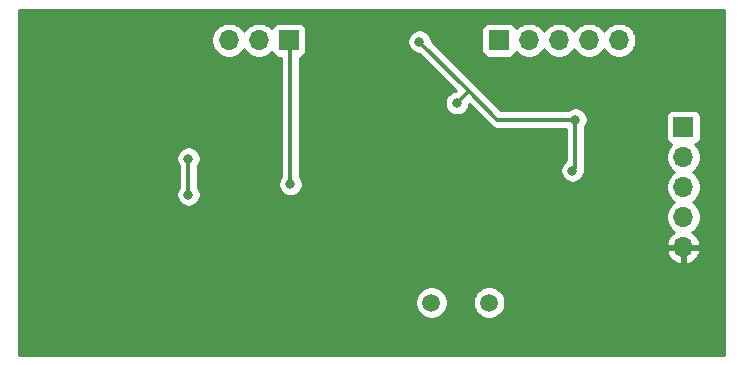
<source format=gbr>
%TF.GenerationSoftware,KiCad,Pcbnew,5.1.6-c6e7f7d~86~ubuntu18.04.1*%
%TF.CreationDate,2020-05-25T18:47:43+02:00*%
%TF.ProjectId,ft232rl_converter_v1,66743233-3272-46c5-9f63-6f6e76657274,1.0*%
%TF.SameCoordinates,PX4fefde0PY4d83c00*%
%TF.FileFunction,Copper,L2,Bot*%
%TF.FilePolarity,Positive*%
%FSLAX46Y46*%
G04 Gerber Fmt 4.6, Leading zero omitted, Abs format (unit mm)*
G04 Created by KiCad (PCBNEW 5.1.6-c6e7f7d~86~ubuntu18.04.1) date 2020-05-25 18:47:43*
%MOMM*%
%LPD*%
G01*
G04 APERTURE LIST*
%TA.AperFunction,ComponentPad*%
%ADD10O,1.700000X1.700000*%
%TD*%
%TA.AperFunction,ComponentPad*%
%ADD11R,1.700000X1.700000*%
%TD*%
%TA.AperFunction,ComponentPad*%
%ADD12C,1.500000*%
%TD*%
%TA.AperFunction,ViaPad*%
%ADD13C,0.800000*%
%TD*%
%TA.AperFunction,Conductor*%
%ADD14C,0.300000*%
%TD*%
%TA.AperFunction,Conductor*%
%ADD15C,0.254000*%
%TD*%
G04 APERTURE END LIST*
D10*
%TO.P,J3,5*%
%TO.N,/DTR#*%
X51435000Y27305000D03*
%TO.P,J3,4*%
%TO.N,/RTS#*%
X48895000Y27305000D03*
%TO.P,J3,3*%
%TO.N,/RI#*%
X46355000Y27305000D03*
%TO.P,J3,2*%
%TO.N,/DSR#*%
X43815000Y27305000D03*
D11*
%TO.P,J3,1*%
%TO.N,/DCD#*%
X41275000Y27305000D03*
%TD*%
D12*
%TO.P,Y1,2*%
%TO.N,Net-(U1-Pad28)*%
X40440000Y5080000D03*
%TO.P,Y1,1*%
%TO.N,Net-(U1-Pad27)*%
X35560000Y5080000D03*
%TD*%
D10*
%TO.P,J2,5*%
%TO.N,GND*%
X56896000Y9779000D03*
%TO.P,J2,4*%
%TO.N,/RXD*%
X56896000Y12319000D03*
%TO.P,J2,3*%
%TO.N,/CTS#*%
X56896000Y14859000D03*
%TO.P,J2,2*%
%TO.N,/TXD*%
X56896000Y17399000D03*
D11*
%TO.P,J2,1*%
%TO.N,/VCCIO*%
X56896000Y19939000D03*
%TD*%
D10*
%TO.P,JP1,3*%
%TO.N,VCC*%
X18415000Y27305000D03*
%TO.P,JP1,2*%
%TO.N,/VCCIO*%
X20955000Y27305000D03*
D11*
%TO.P,JP1,1*%
%TO.N,Net-(C3-Pad1)*%
X23495000Y27305000D03*
%TD*%
D13*
%TO.N,GND*%
X31384669Y14874669D03*
X31242000Y17526000D03*
X35052000Y18034000D03*
%TO.N,Net-(C2-Pad1)*%
X14986000Y14224000D03*
X14986000Y17275000D03*
%TO.N,/VCCIO*%
X47752000Y20574000D03*
X47498000Y16256000D03*
X34544000Y27178000D03*
X37713891Y21976109D03*
%TO.N,Net-(C3-Pad1)*%
X23622000Y15113000D03*
%TD*%
D14*
%TO.N,GND*%
X31384669Y17383331D02*
X31242000Y17526000D01*
X31384669Y16398669D02*
X34686669Y16398669D01*
X31384669Y16398669D02*
X31384669Y17383331D01*
X31384669Y14874669D02*
X31384669Y16398669D01*
X34686669Y16398669D02*
X35052000Y16764000D01*
X35052000Y16764000D02*
X35052000Y18034000D01*
%TO.N,Net-(C2-Pad1)*%
X14986000Y14224000D02*
X14986000Y17275000D01*
%TO.N,/VCCIO*%
X47752000Y16510000D02*
X47498000Y16256000D01*
X47752000Y20574000D02*
X47752000Y16510000D01*
X47752000Y20574000D02*
X41148000Y20574000D01*
X38113890Y22376108D02*
X38124108Y22376108D01*
X37713891Y21976109D02*
X38113890Y22376108D01*
X38124108Y22376108D02*
X38735000Y22987000D01*
X41148000Y20574000D02*
X38735000Y22987000D01*
X38735000Y22987000D02*
X34544000Y27178000D01*
%TO.N,Net-(C3-Pad1)*%
X23622000Y27178000D02*
X23495000Y27305000D01*
X23622000Y15113000D02*
X23622000Y27178000D01*
%TD*%
D15*
%TO.N,GND*%
G36*
X60300000Y660000D02*
G01*
X660000Y660000D01*
X660000Y5216411D01*
X34175000Y5216411D01*
X34175000Y4943589D01*
X34228225Y4676011D01*
X34332629Y4423957D01*
X34484201Y4197114D01*
X34677114Y4004201D01*
X34903957Y3852629D01*
X35156011Y3748225D01*
X35423589Y3695000D01*
X35696411Y3695000D01*
X35963989Y3748225D01*
X36216043Y3852629D01*
X36442886Y4004201D01*
X36635799Y4197114D01*
X36787371Y4423957D01*
X36891775Y4676011D01*
X36945000Y4943589D01*
X36945000Y5216411D01*
X39055000Y5216411D01*
X39055000Y4943589D01*
X39108225Y4676011D01*
X39212629Y4423957D01*
X39364201Y4197114D01*
X39557114Y4004201D01*
X39783957Y3852629D01*
X40036011Y3748225D01*
X40303589Y3695000D01*
X40576411Y3695000D01*
X40843989Y3748225D01*
X41096043Y3852629D01*
X41322886Y4004201D01*
X41515799Y4197114D01*
X41667371Y4423957D01*
X41771775Y4676011D01*
X41825000Y4943589D01*
X41825000Y5216411D01*
X41771775Y5483989D01*
X41667371Y5736043D01*
X41515799Y5962886D01*
X41322886Y6155799D01*
X41096043Y6307371D01*
X40843989Y6411775D01*
X40576411Y6465000D01*
X40303589Y6465000D01*
X40036011Y6411775D01*
X39783957Y6307371D01*
X39557114Y6155799D01*
X39364201Y5962886D01*
X39212629Y5736043D01*
X39108225Y5483989D01*
X39055000Y5216411D01*
X36945000Y5216411D01*
X36891775Y5483989D01*
X36787371Y5736043D01*
X36635799Y5962886D01*
X36442886Y6155799D01*
X36216043Y6307371D01*
X35963989Y6411775D01*
X35696411Y6465000D01*
X35423589Y6465000D01*
X35156011Y6411775D01*
X34903957Y6307371D01*
X34677114Y6155799D01*
X34484201Y5962886D01*
X34332629Y5736043D01*
X34228225Y5483989D01*
X34175000Y5216411D01*
X660000Y5216411D01*
X660000Y9422110D01*
X55454524Y9422110D01*
X55499175Y9274901D01*
X55624359Y9012080D01*
X55798412Y8778731D01*
X56014645Y8583822D01*
X56264748Y8434843D01*
X56539109Y8337519D01*
X56769000Y8458186D01*
X56769000Y9652000D01*
X57023000Y9652000D01*
X57023000Y8458186D01*
X57252891Y8337519D01*
X57527252Y8434843D01*
X57777355Y8583822D01*
X57993588Y8778731D01*
X58167641Y9012080D01*
X58292825Y9274901D01*
X58337476Y9422110D01*
X58216155Y9652000D01*
X57023000Y9652000D01*
X56769000Y9652000D01*
X55575845Y9652000D01*
X55454524Y9422110D01*
X660000Y9422110D01*
X660000Y17376939D01*
X13951000Y17376939D01*
X13951000Y17173061D01*
X13990774Y16973102D01*
X14068795Y16784744D01*
X14182063Y16615226D01*
X14201001Y16596288D01*
X14201000Y14902711D01*
X14182063Y14883774D01*
X14068795Y14714256D01*
X13990774Y14525898D01*
X13951000Y14325939D01*
X13951000Y14122061D01*
X13990774Y13922102D01*
X14068795Y13733744D01*
X14182063Y13564226D01*
X14326226Y13420063D01*
X14495744Y13306795D01*
X14684102Y13228774D01*
X14884061Y13189000D01*
X15087939Y13189000D01*
X15287898Y13228774D01*
X15476256Y13306795D01*
X15645774Y13420063D01*
X15789937Y13564226D01*
X15903205Y13733744D01*
X15981226Y13922102D01*
X16021000Y14122061D01*
X16021000Y14325939D01*
X15981226Y14525898D01*
X15903205Y14714256D01*
X15789937Y14883774D01*
X15771000Y14902711D01*
X15771000Y16596289D01*
X15789937Y16615226D01*
X15903205Y16784744D01*
X15981226Y16973102D01*
X16021000Y17173061D01*
X16021000Y17376939D01*
X15981226Y17576898D01*
X15903205Y17765256D01*
X15789937Y17934774D01*
X15645774Y18078937D01*
X15476256Y18192205D01*
X15287898Y18270226D01*
X15087939Y18310000D01*
X14884061Y18310000D01*
X14684102Y18270226D01*
X14495744Y18192205D01*
X14326226Y18078937D01*
X14182063Y17934774D01*
X14068795Y17765256D01*
X13990774Y17576898D01*
X13951000Y17376939D01*
X660000Y17376939D01*
X660000Y27451260D01*
X16930000Y27451260D01*
X16930000Y27158740D01*
X16987068Y26871842D01*
X17099010Y26601589D01*
X17261525Y26358368D01*
X17468368Y26151525D01*
X17711589Y25989010D01*
X17981842Y25877068D01*
X18268740Y25820000D01*
X18561260Y25820000D01*
X18848158Y25877068D01*
X19118411Y25989010D01*
X19361632Y26151525D01*
X19568475Y26358368D01*
X19685000Y26532760D01*
X19801525Y26358368D01*
X20008368Y26151525D01*
X20251589Y25989010D01*
X20521842Y25877068D01*
X20808740Y25820000D01*
X21101260Y25820000D01*
X21388158Y25877068D01*
X21658411Y25989010D01*
X21901632Y26151525D01*
X22033487Y26283380D01*
X22055498Y26210820D01*
X22114463Y26100506D01*
X22193815Y26003815D01*
X22290506Y25924463D01*
X22400820Y25865498D01*
X22520518Y25829188D01*
X22645000Y25816928D01*
X22837001Y25816928D01*
X22837000Y15791711D01*
X22818063Y15772774D01*
X22704795Y15603256D01*
X22626774Y15414898D01*
X22587000Y15214939D01*
X22587000Y15011061D01*
X22626774Y14811102D01*
X22704795Y14622744D01*
X22818063Y14453226D01*
X22962226Y14309063D01*
X23131744Y14195795D01*
X23320102Y14117774D01*
X23520061Y14078000D01*
X23723939Y14078000D01*
X23923898Y14117774D01*
X24112256Y14195795D01*
X24281774Y14309063D01*
X24425937Y14453226D01*
X24539205Y14622744D01*
X24617226Y14811102D01*
X24657000Y15011061D01*
X24657000Y15214939D01*
X24617226Y15414898D01*
X24539205Y15603256D01*
X24425937Y15772774D01*
X24407000Y15791711D01*
X24407000Y25823034D01*
X24469482Y25829188D01*
X24589180Y25865498D01*
X24699494Y25924463D01*
X24796185Y26003815D01*
X24875537Y26100506D01*
X24934502Y26210820D01*
X24970812Y26330518D01*
X24983072Y26455000D01*
X24983072Y27279939D01*
X33509000Y27279939D01*
X33509000Y27076061D01*
X33548774Y26876102D01*
X33626795Y26687744D01*
X33740063Y26518226D01*
X33884226Y26374063D01*
X34053744Y26260795D01*
X34242102Y26182774D01*
X34442061Y26143000D01*
X34468843Y26143000D01*
X37602594Y23009248D01*
X37411993Y22971335D01*
X37223635Y22893314D01*
X37054117Y22780046D01*
X36909954Y22635883D01*
X36796686Y22466365D01*
X36718665Y22278007D01*
X36678891Y22078048D01*
X36678891Y21874170D01*
X36718665Y21674211D01*
X36796686Y21485853D01*
X36909954Y21316335D01*
X37054117Y21172172D01*
X37223635Y21058904D01*
X37411993Y20980883D01*
X37611952Y20941109D01*
X37815830Y20941109D01*
X38015789Y20980883D01*
X38204147Y21058904D01*
X38373665Y21172172D01*
X38517828Y21316335D01*
X38631096Y21485853D01*
X38709117Y21674211D01*
X38747030Y21864813D01*
X40565658Y20046184D01*
X40590236Y20016236D01*
X40620184Y19991658D01*
X40620187Y19991655D01*
X40649559Y19967550D01*
X40709767Y19918138D01*
X40846140Y19845246D01*
X40959672Y19810806D01*
X40994112Y19800359D01*
X41008490Y19798943D01*
X41109439Y19789000D01*
X41109446Y19789000D01*
X41147999Y19785203D01*
X41186552Y19789000D01*
X46967000Y19789000D01*
X46967001Y17145981D01*
X46838226Y17059937D01*
X46694063Y16915774D01*
X46580795Y16746256D01*
X46502774Y16557898D01*
X46463000Y16357939D01*
X46463000Y16154061D01*
X46502774Y15954102D01*
X46580795Y15765744D01*
X46694063Y15596226D01*
X46838226Y15452063D01*
X47007744Y15338795D01*
X47196102Y15260774D01*
X47396061Y15221000D01*
X47599939Y15221000D01*
X47799898Y15260774D01*
X47988256Y15338795D01*
X48157774Y15452063D01*
X48301937Y15596226D01*
X48415205Y15765744D01*
X48493226Y15954102D01*
X48533000Y16154061D01*
X48533000Y16357939D01*
X48528198Y16382078D01*
X48537000Y16471439D01*
X48537000Y16471446D01*
X48540797Y16509999D01*
X48537000Y16548552D01*
X48537000Y19895289D01*
X48555937Y19914226D01*
X48669205Y20083744D01*
X48747226Y20272102D01*
X48787000Y20472061D01*
X48787000Y20675939D01*
X48764511Y20789000D01*
X55407928Y20789000D01*
X55407928Y19089000D01*
X55420188Y18964518D01*
X55456498Y18844820D01*
X55515463Y18734506D01*
X55594815Y18637815D01*
X55691506Y18558463D01*
X55801820Y18499498D01*
X55874380Y18477487D01*
X55742525Y18345632D01*
X55580010Y18102411D01*
X55468068Y17832158D01*
X55411000Y17545260D01*
X55411000Y17252740D01*
X55468068Y16965842D01*
X55580010Y16695589D01*
X55742525Y16452368D01*
X55949368Y16245525D01*
X56123760Y16129000D01*
X55949368Y16012475D01*
X55742525Y15805632D01*
X55580010Y15562411D01*
X55468068Y15292158D01*
X55411000Y15005260D01*
X55411000Y14712740D01*
X55468068Y14425842D01*
X55580010Y14155589D01*
X55742525Y13912368D01*
X55949368Y13705525D01*
X56123760Y13589000D01*
X55949368Y13472475D01*
X55742525Y13265632D01*
X55580010Y13022411D01*
X55468068Y12752158D01*
X55411000Y12465260D01*
X55411000Y12172740D01*
X55468068Y11885842D01*
X55580010Y11615589D01*
X55742525Y11372368D01*
X55949368Y11165525D01*
X56131534Y11043805D01*
X56014645Y10974178D01*
X55798412Y10779269D01*
X55624359Y10545920D01*
X55499175Y10283099D01*
X55454524Y10135890D01*
X55575845Y9906000D01*
X56769000Y9906000D01*
X56769000Y9926000D01*
X57023000Y9926000D01*
X57023000Y9906000D01*
X58216155Y9906000D01*
X58337476Y10135890D01*
X58292825Y10283099D01*
X58167641Y10545920D01*
X57993588Y10779269D01*
X57777355Y10974178D01*
X57660466Y11043805D01*
X57842632Y11165525D01*
X58049475Y11372368D01*
X58211990Y11615589D01*
X58323932Y11885842D01*
X58381000Y12172740D01*
X58381000Y12465260D01*
X58323932Y12752158D01*
X58211990Y13022411D01*
X58049475Y13265632D01*
X57842632Y13472475D01*
X57668240Y13589000D01*
X57842632Y13705525D01*
X58049475Y13912368D01*
X58211990Y14155589D01*
X58323932Y14425842D01*
X58381000Y14712740D01*
X58381000Y15005260D01*
X58323932Y15292158D01*
X58211990Y15562411D01*
X58049475Y15805632D01*
X57842632Y16012475D01*
X57668240Y16129000D01*
X57842632Y16245525D01*
X58049475Y16452368D01*
X58211990Y16695589D01*
X58323932Y16965842D01*
X58381000Y17252740D01*
X58381000Y17545260D01*
X58323932Y17832158D01*
X58211990Y18102411D01*
X58049475Y18345632D01*
X57917620Y18477487D01*
X57990180Y18499498D01*
X58100494Y18558463D01*
X58197185Y18637815D01*
X58276537Y18734506D01*
X58335502Y18844820D01*
X58371812Y18964518D01*
X58384072Y19089000D01*
X58384072Y20789000D01*
X58371812Y20913482D01*
X58335502Y21033180D01*
X58276537Y21143494D01*
X58197185Y21240185D01*
X58100494Y21319537D01*
X57990180Y21378502D01*
X57870482Y21414812D01*
X57746000Y21427072D01*
X56046000Y21427072D01*
X55921518Y21414812D01*
X55801820Y21378502D01*
X55691506Y21319537D01*
X55594815Y21240185D01*
X55515463Y21143494D01*
X55456498Y21033180D01*
X55420188Y20913482D01*
X55407928Y20789000D01*
X48764511Y20789000D01*
X48747226Y20875898D01*
X48669205Y21064256D01*
X48555937Y21233774D01*
X48411774Y21377937D01*
X48242256Y21491205D01*
X48053898Y21569226D01*
X47853939Y21609000D01*
X47650061Y21609000D01*
X47450102Y21569226D01*
X47261744Y21491205D01*
X47092226Y21377937D01*
X47073289Y21359000D01*
X41473158Y21359000D01*
X39317349Y23514808D01*
X39317345Y23514813D01*
X39317340Y23514818D01*
X39292764Y23544764D01*
X39262818Y23569340D01*
X35579000Y27253157D01*
X35579000Y27279939D01*
X35539226Y27479898D01*
X35461205Y27668256D01*
X35347937Y27837774D01*
X35203774Y27981937D01*
X35034256Y28095205D01*
X34889900Y28155000D01*
X39786928Y28155000D01*
X39786928Y26455000D01*
X39799188Y26330518D01*
X39835498Y26210820D01*
X39894463Y26100506D01*
X39973815Y26003815D01*
X40070506Y25924463D01*
X40180820Y25865498D01*
X40300518Y25829188D01*
X40425000Y25816928D01*
X42125000Y25816928D01*
X42249482Y25829188D01*
X42369180Y25865498D01*
X42479494Y25924463D01*
X42576185Y26003815D01*
X42655537Y26100506D01*
X42714502Y26210820D01*
X42736513Y26283380D01*
X42868368Y26151525D01*
X43111589Y25989010D01*
X43381842Y25877068D01*
X43668740Y25820000D01*
X43961260Y25820000D01*
X44248158Y25877068D01*
X44518411Y25989010D01*
X44761632Y26151525D01*
X44968475Y26358368D01*
X45085000Y26532760D01*
X45201525Y26358368D01*
X45408368Y26151525D01*
X45651589Y25989010D01*
X45921842Y25877068D01*
X46208740Y25820000D01*
X46501260Y25820000D01*
X46788158Y25877068D01*
X47058411Y25989010D01*
X47301632Y26151525D01*
X47508475Y26358368D01*
X47625000Y26532760D01*
X47741525Y26358368D01*
X47948368Y26151525D01*
X48191589Y25989010D01*
X48461842Y25877068D01*
X48748740Y25820000D01*
X49041260Y25820000D01*
X49328158Y25877068D01*
X49598411Y25989010D01*
X49841632Y26151525D01*
X50048475Y26358368D01*
X50165000Y26532760D01*
X50281525Y26358368D01*
X50488368Y26151525D01*
X50731589Y25989010D01*
X51001842Y25877068D01*
X51288740Y25820000D01*
X51581260Y25820000D01*
X51868158Y25877068D01*
X52138411Y25989010D01*
X52381632Y26151525D01*
X52588475Y26358368D01*
X52750990Y26601589D01*
X52862932Y26871842D01*
X52920000Y27158740D01*
X52920000Y27451260D01*
X52862932Y27738158D01*
X52750990Y28008411D01*
X52588475Y28251632D01*
X52381632Y28458475D01*
X52138411Y28620990D01*
X51868158Y28732932D01*
X51581260Y28790000D01*
X51288740Y28790000D01*
X51001842Y28732932D01*
X50731589Y28620990D01*
X50488368Y28458475D01*
X50281525Y28251632D01*
X50165000Y28077240D01*
X50048475Y28251632D01*
X49841632Y28458475D01*
X49598411Y28620990D01*
X49328158Y28732932D01*
X49041260Y28790000D01*
X48748740Y28790000D01*
X48461842Y28732932D01*
X48191589Y28620990D01*
X47948368Y28458475D01*
X47741525Y28251632D01*
X47625000Y28077240D01*
X47508475Y28251632D01*
X47301632Y28458475D01*
X47058411Y28620990D01*
X46788158Y28732932D01*
X46501260Y28790000D01*
X46208740Y28790000D01*
X45921842Y28732932D01*
X45651589Y28620990D01*
X45408368Y28458475D01*
X45201525Y28251632D01*
X45085000Y28077240D01*
X44968475Y28251632D01*
X44761632Y28458475D01*
X44518411Y28620990D01*
X44248158Y28732932D01*
X43961260Y28790000D01*
X43668740Y28790000D01*
X43381842Y28732932D01*
X43111589Y28620990D01*
X42868368Y28458475D01*
X42736513Y28326620D01*
X42714502Y28399180D01*
X42655537Y28509494D01*
X42576185Y28606185D01*
X42479494Y28685537D01*
X42369180Y28744502D01*
X42249482Y28780812D01*
X42125000Y28793072D01*
X40425000Y28793072D01*
X40300518Y28780812D01*
X40180820Y28744502D01*
X40070506Y28685537D01*
X39973815Y28606185D01*
X39894463Y28509494D01*
X39835498Y28399180D01*
X39799188Y28279482D01*
X39786928Y28155000D01*
X34889900Y28155000D01*
X34845898Y28173226D01*
X34645939Y28213000D01*
X34442061Y28213000D01*
X34242102Y28173226D01*
X34053744Y28095205D01*
X33884226Y27981937D01*
X33740063Y27837774D01*
X33626795Y27668256D01*
X33548774Y27479898D01*
X33509000Y27279939D01*
X24983072Y27279939D01*
X24983072Y28155000D01*
X24970812Y28279482D01*
X24934502Y28399180D01*
X24875537Y28509494D01*
X24796185Y28606185D01*
X24699494Y28685537D01*
X24589180Y28744502D01*
X24469482Y28780812D01*
X24345000Y28793072D01*
X22645000Y28793072D01*
X22520518Y28780812D01*
X22400820Y28744502D01*
X22290506Y28685537D01*
X22193815Y28606185D01*
X22114463Y28509494D01*
X22055498Y28399180D01*
X22033487Y28326620D01*
X21901632Y28458475D01*
X21658411Y28620990D01*
X21388158Y28732932D01*
X21101260Y28790000D01*
X20808740Y28790000D01*
X20521842Y28732932D01*
X20251589Y28620990D01*
X20008368Y28458475D01*
X19801525Y28251632D01*
X19685000Y28077240D01*
X19568475Y28251632D01*
X19361632Y28458475D01*
X19118411Y28620990D01*
X18848158Y28732932D01*
X18561260Y28790000D01*
X18268740Y28790000D01*
X17981842Y28732932D01*
X17711589Y28620990D01*
X17468368Y28458475D01*
X17261525Y28251632D01*
X17099010Y28008411D01*
X16987068Y27738158D01*
X16930000Y27451260D01*
X660000Y27451260D01*
X660000Y29820000D01*
X60300001Y29820000D01*
X60300000Y660000D01*
G37*
X60300000Y660000D02*
X660000Y660000D01*
X660000Y5216411D01*
X34175000Y5216411D01*
X34175000Y4943589D01*
X34228225Y4676011D01*
X34332629Y4423957D01*
X34484201Y4197114D01*
X34677114Y4004201D01*
X34903957Y3852629D01*
X35156011Y3748225D01*
X35423589Y3695000D01*
X35696411Y3695000D01*
X35963989Y3748225D01*
X36216043Y3852629D01*
X36442886Y4004201D01*
X36635799Y4197114D01*
X36787371Y4423957D01*
X36891775Y4676011D01*
X36945000Y4943589D01*
X36945000Y5216411D01*
X39055000Y5216411D01*
X39055000Y4943589D01*
X39108225Y4676011D01*
X39212629Y4423957D01*
X39364201Y4197114D01*
X39557114Y4004201D01*
X39783957Y3852629D01*
X40036011Y3748225D01*
X40303589Y3695000D01*
X40576411Y3695000D01*
X40843989Y3748225D01*
X41096043Y3852629D01*
X41322886Y4004201D01*
X41515799Y4197114D01*
X41667371Y4423957D01*
X41771775Y4676011D01*
X41825000Y4943589D01*
X41825000Y5216411D01*
X41771775Y5483989D01*
X41667371Y5736043D01*
X41515799Y5962886D01*
X41322886Y6155799D01*
X41096043Y6307371D01*
X40843989Y6411775D01*
X40576411Y6465000D01*
X40303589Y6465000D01*
X40036011Y6411775D01*
X39783957Y6307371D01*
X39557114Y6155799D01*
X39364201Y5962886D01*
X39212629Y5736043D01*
X39108225Y5483989D01*
X39055000Y5216411D01*
X36945000Y5216411D01*
X36891775Y5483989D01*
X36787371Y5736043D01*
X36635799Y5962886D01*
X36442886Y6155799D01*
X36216043Y6307371D01*
X35963989Y6411775D01*
X35696411Y6465000D01*
X35423589Y6465000D01*
X35156011Y6411775D01*
X34903957Y6307371D01*
X34677114Y6155799D01*
X34484201Y5962886D01*
X34332629Y5736043D01*
X34228225Y5483989D01*
X34175000Y5216411D01*
X660000Y5216411D01*
X660000Y9422110D01*
X55454524Y9422110D01*
X55499175Y9274901D01*
X55624359Y9012080D01*
X55798412Y8778731D01*
X56014645Y8583822D01*
X56264748Y8434843D01*
X56539109Y8337519D01*
X56769000Y8458186D01*
X56769000Y9652000D01*
X57023000Y9652000D01*
X57023000Y8458186D01*
X57252891Y8337519D01*
X57527252Y8434843D01*
X57777355Y8583822D01*
X57993588Y8778731D01*
X58167641Y9012080D01*
X58292825Y9274901D01*
X58337476Y9422110D01*
X58216155Y9652000D01*
X57023000Y9652000D01*
X56769000Y9652000D01*
X55575845Y9652000D01*
X55454524Y9422110D01*
X660000Y9422110D01*
X660000Y17376939D01*
X13951000Y17376939D01*
X13951000Y17173061D01*
X13990774Y16973102D01*
X14068795Y16784744D01*
X14182063Y16615226D01*
X14201001Y16596288D01*
X14201000Y14902711D01*
X14182063Y14883774D01*
X14068795Y14714256D01*
X13990774Y14525898D01*
X13951000Y14325939D01*
X13951000Y14122061D01*
X13990774Y13922102D01*
X14068795Y13733744D01*
X14182063Y13564226D01*
X14326226Y13420063D01*
X14495744Y13306795D01*
X14684102Y13228774D01*
X14884061Y13189000D01*
X15087939Y13189000D01*
X15287898Y13228774D01*
X15476256Y13306795D01*
X15645774Y13420063D01*
X15789937Y13564226D01*
X15903205Y13733744D01*
X15981226Y13922102D01*
X16021000Y14122061D01*
X16021000Y14325939D01*
X15981226Y14525898D01*
X15903205Y14714256D01*
X15789937Y14883774D01*
X15771000Y14902711D01*
X15771000Y16596289D01*
X15789937Y16615226D01*
X15903205Y16784744D01*
X15981226Y16973102D01*
X16021000Y17173061D01*
X16021000Y17376939D01*
X15981226Y17576898D01*
X15903205Y17765256D01*
X15789937Y17934774D01*
X15645774Y18078937D01*
X15476256Y18192205D01*
X15287898Y18270226D01*
X15087939Y18310000D01*
X14884061Y18310000D01*
X14684102Y18270226D01*
X14495744Y18192205D01*
X14326226Y18078937D01*
X14182063Y17934774D01*
X14068795Y17765256D01*
X13990774Y17576898D01*
X13951000Y17376939D01*
X660000Y17376939D01*
X660000Y27451260D01*
X16930000Y27451260D01*
X16930000Y27158740D01*
X16987068Y26871842D01*
X17099010Y26601589D01*
X17261525Y26358368D01*
X17468368Y26151525D01*
X17711589Y25989010D01*
X17981842Y25877068D01*
X18268740Y25820000D01*
X18561260Y25820000D01*
X18848158Y25877068D01*
X19118411Y25989010D01*
X19361632Y26151525D01*
X19568475Y26358368D01*
X19685000Y26532760D01*
X19801525Y26358368D01*
X20008368Y26151525D01*
X20251589Y25989010D01*
X20521842Y25877068D01*
X20808740Y25820000D01*
X21101260Y25820000D01*
X21388158Y25877068D01*
X21658411Y25989010D01*
X21901632Y26151525D01*
X22033487Y26283380D01*
X22055498Y26210820D01*
X22114463Y26100506D01*
X22193815Y26003815D01*
X22290506Y25924463D01*
X22400820Y25865498D01*
X22520518Y25829188D01*
X22645000Y25816928D01*
X22837001Y25816928D01*
X22837000Y15791711D01*
X22818063Y15772774D01*
X22704795Y15603256D01*
X22626774Y15414898D01*
X22587000Y15214939D01*
X22587000Y15011061D01*
X22626774Y14811102D01*
X22704795Y14622744D01*
X22818063Y14453226D01*
X22962226Y14309063D01*
X23131744Y14195795D01*
X23320102Y14117774D01*
X23520061Y14078000D01*
X23723939Y14078000D01*
X23923898Y14117774D01*
X24112256Y14195795D01*
X24281774Y14309063D01*
X24425937Y14453226D01*
X24539205Y14622744D01*
X24617226Y14811102D01*
X24657000Y15011061D01*
X24657000Y15214939D01*
X24617226Y15414898D01*
X24539205Y15603256D01*
X24425937Y15772774D01*
X24407000Y15791711D01*
X24407000Y25823034D01*
X24469482Y25829188D01*
X24589180Y25865498D01*
X24699494Y25924463D01*
X24796185Y26003815D01*
X24875537Y26100506D01*
X24934502Y26210820D01*
X24970812Y26330518D01*
X24983072Y26455000D01*
X24983072Y27279939D01*
X33509000Y27279939D01*
X33509000Y27076061D01*
X33548774Y26876102D01*
X33626795Y26687744D01*
X33740063Y26518226D01*
X33884226Y26374063D01*
X34053744Y26260795D01*
X34242102Y26182774D01*
X34442061Y26143000D01*
X34468843Y26143000D01*
X37602594Y23009248D01*
X37411993Y22971335D01*
X37223635Y22893314D01*
X37054117Y22780046D01*
X36909954Y22635883D01*
X36796686Y22466365D01*
X36718665Y22278007D01*
X36678891Y22078048D01*
X36678891Y21874170D01*
X36718665Y21674211D01*
X36796686Y21485853D01*
X36909954Y21316335D01*
X37054117Y21172172D01*
X37223635Y21058904D01*
X37411993Y20980883D01*
X37611952Y20941109D01*
X37815830Y20941109D01*
X38015789Y20980883D01*
X38204147Y21058904D01*
X38373665Y21172172D01*
X38517828Y21316335D01*
X38631096Y21485853D01*
X38709117Y21674211D01*
X38747030Y21864813D01*
X40565658Y20046184D01*
X40590236Y20016236D01*
X40620184Y19991658D01*
X40620187Y19991655D01*
X40649559Y19967550D01*
X40709767Y19918138D01*
X40846140Y19845246D01*
X40959672Y19810806D01*
X40994112Y19800359D01*
X41008490Y19798943D01*
X41109439Y19789000D01*
X41109446Y19789000D01*
X41147999Y19785203D01*
X41186552Y19789000D01*
X46967000Y19789000D01*
X46967001Y17145981D01*
X46838226Y17059937D01*
X46694063Y16915774D01*
X46580795Y16746256D01*
X46502774Y16557898D01*
X46463000Y16357939D01*
X46463000Y16154061D01*
X46502774Y15954102D01*
X46580795Y15765744D01*
X46694063Y15596226D01*
X46838226Y15452063D01*
X47007744Y15338795D01*
X47196102Y15260774D01*
X47396061Y15221000D01*
X47599939Y15221000D01*
X47799898Y15260774D01*
X47988256Y15338795D01*
X48157774Y15452063D01*
X48301937Y15596226D01*
X48415205Y15765744D01*
X48493226Y15954102D01*
X48533000Y16154061D01*
X48533000Y16357939D01*
X48528198Y16382078D01*
X48537000Y16471439D01*
X48537000Y16471446D01*
X48540797Y16509999D01*
X48537000Y16548552D01*
X48537000Y19895289D01*
X48555937Y19914226D01*
X48669205Y20083744D01*
X48747226Y20272102D01*
X48787000Y20472061D01*
X48787000Y20675939D01*
X48764511Y20789000D01*
X55407928Y20789000D01*
X55407928Y19089000D01*
X55420188Y18964518D01*
X55456498Y18844820D01*
X55515463Y18734506D01*
X55594815Y18637815D01*
X55691506Y18558463D01*
X55801820Y18499498D01*
X55874380Y18477487D01*
X55742525Y18345632D01*
X55580010Y18102411D01*
X55468068Y17832158D01*
X55411000Y17545260D01*
X55411000Y17252740D01*
X55468068Y16965842D01*
X55580010Y16695589D01*
X55742525Y16452368D01*
X55949368Y16245525D01*
X56123760Y16129000D01*
X55949368Y16012475D01*
X55742525Y15805632D01*
X55580010Y15562411D01*
X55468068Y15292158D01*
X55411000Y15005260D01*
X55411000Y14712740D01*
X55468068Y14425842D01*
X55580010Y14155589D01*
X55742525Y13912368D01*
X55949368Y13705525D01*
X56123760Y13589000D01*
X55949368Y13472475D01*
X55742525Y13265632D01*
X55580010Y13022411D01*
X55468068Y12752158D01*
X55411000Y12465260D01*
X55411000Y12172740D01*
X55468068Y11885842D01*
X55580010Y11615589D01*
X55742525Y11372368D01*
X55949368Y11165525D01*
X56131534Y11043805D01*
X56014645Y10974178D01*
X55798412Y10779269D01*
X55624359Y10545920D01*
X55499175Y10283099D01*
X55454524Y10135890D01*
X55575845Y9906000D01*
X56769000Y9906000D01*
X56769000Y9926000D01*
X57023000Y9926000D01*
X57023000Y9906000D01*
X58216155Y9906000D01*
X58337476Y10135890D01*
X58292825Y10283099D01*
X58167641Y10545920D01*
X57993588Y10779269D01*
X57777355Y10974178D01*
X57660466Y11043805D01*
X57842632Y11165525D01*
X58049475Y11372368D01*
X58211990Y11615589D01*
X58323932Y11885842D01*
X58381000Y12172740D01*
X58381000Y12465260D01*
X58323932Y12752158D01*
X58211990Y13022411D01*
X58049475Y13265632D01*
X57842632Y13472475D01*
X57668240Y13589000D01*
X57842632Y13705525D01*
X58049475Y13912368D01*
X58211990Y14155589D01*
X58323932Y14425842D01*
X58381000Y14712740D01*
X58381000Y15005260D01*
X58323932Y15292158D01*
X58211990Y15562411D01*
X58049475Y15805632D01*
X57842632Y16012475D01*
X57668240Y16129000D01*
X57842632Y16245525D01*
X58049475Y16452368D01*
X58211990Y16695589D01*
X58323932Y16965842D01*
X58381000Y17252740D01*
X58381000Y17545260D01*
X58323932Y17832158D01*
X58211990Y18102411D01*
X58049475Y18345632D01*
X57917620Y18477487D01*
X57990180Y18499498D01*
X58100494Y18558463D01*
X58197185Y18637815D01*
X58276537Y18734506D01*
X58335502Y18844820D01*
X58371812Y18964518D01*
X58384072Y19089000D01*
X58384072Y20789000D01*
X58371812Y20913482D01*
X58335502Y21033180D01*
X58276537Y21143494D01*
X58197185Y21240185D01*
X58100494Y21319537D01*
X57990180Y21378502D01*
X57870482Y21414812D01*
X57746000Y21427072D01*
X56046000Y21427072D01*
X55921518Y21414812D01*
X55801820Y21378502D01*
X55691506Y21319537D01*
X55594815Y21240185D01*
X55515463Y21143494D01*
X55456498Y21033180D01*
X55420188Y20913482D01*
X55407928Y20789000D01*
X48764511Y20789000D01*
X48747226Y20875898D01*
X48669205Y21064256D01*
X48555937Y21233774D01*
X48411774Y21377937D01*
X48242256Y21491205D01*
X48053898Y21569226D01*
X47853939Y21609000D01*
X47650061Y21609000D01*
X47450102Y21569226D01*
X47261744Y21491205D01*
X47092226Y21377937D01*
X47073289Y21359000D01*
X41473158Y21359000D01*
X39317349Y23514808D01*
X39317345Y23514813D01*
X39317340Y23514818D01*
X39292764Y23544764D01*
X39262818Y23569340D01*
X35579000Y27253157D01*
X35579000Y27279939D01*
X35539226Y27479898D01*
X35461205Y27668256D01*
X35347937Y27837774D01*
X35203774Y27981937D01*
X35034256Y28095205D01*
X34889900Y28155000D01*
X39786928Y28155000D01*
X39786928Y26455000D01*
X39799188Y26330518D01*
X39835498Y26210820D01*
X39894463Y26100506D01*
X39973815Y26003815D01*
X40070506Y25924463D01*
X40180820Y25865498D01*
X40300518Y25829188D01*
X40425000Y25816928D01*
X42125000Y25816928D01*
X42249482Y25829188D01*
X42369180Y25865498D01*
X42479494Y25924463D01*
X42576185Y26003815D01*
X42655537Y26100506D01*
X42714502Y26210820D01*
X42736513Y26283380D01*
X42868368Y26151525D01*
X43111589Y25989010D01*
X43381842Y25877068D01*
X43668740Y25820000D01*
X43961260Y25820000D01*
X44248158Y25877068D01*
X44518411Y25989010D01*
X44761632Y26151525D01*
X44968475Y26358368D01*
X45085000Y26532760D01*
X45201525Y26358368D01*
X45408368Y26151525D01*
X45651589Y25989010D01*
X45921842Y25877068D01*
X46208740Y25820000D01*
X46501260Y25820000D01*
X46788158Y25877068D01*
X47058411Y25989010D01*
X47301632Y26151525D01*
X47508475Y26358368D01*
X47625000Y26532760D01*
X47741525Y26358368D01*
X47948368Y26151525D01*
X48191589Y25989010D01*
X48461842Y25877068D01*
X48748740Y25820000D01*
X49041260Y25820000D01*
X49328158Y25877068D01*
X49598411Y25989010D01*
X49841632Y26151525D01*
X50048475Y26358368D01*
X50165000Y26532760D01*
X50281525Y26358368D01*
X50488368Y26151525D01*
X50731589Y25989010D01*
X51001842Y25877068D01*
X51288740Y25820000D01*
X51581260Y25820000D01*
X51868158Y25877068D01*
X52138411Y25989010D01*
X52381632Y26151525D01*
X52588475Y26358368D01*
X52750990Y26601589D01*
X52862932Y26871842D01*
X52920000Y27158740D01*
X52920000Y27451260D01*
X52862932Y27738158D01*
X52750990Y28008411D01*
X52588475Y28251632D01*
X52381632Y28458475D01*
X52138411Y28620990D01*
X51868158Y28732932D01*
X51581260Y28790000D01*
X51288740Y28790000D01*
X51001842Y28732932D01*
X50731589Y28620990D01*
X50488368Y28458475D01*
X50281525Y28251632D01*
X50165000Y28077240D01*
X50048475Y28251632D01*
X49841632Y28458475D01*
X49598411Y28620990D01*
X49328158Y28732932D01*
X49041260Y28790000D01*
X48748740Y28790000D01*
X48461842Y28732932D01*
X48191589Y28620990D01*
X47948368Y28458475D01*
X47741525Y28251632D01*
X47625000Y28077240D01*
X47508475Y28251632D01*
X47301632Y28458475D01*
X47058411Y28620990D01*
X46788158Y28732932D01*
X46501260Y28790000D01*
X46208740Y28790000D01*
X45921842Y28732932D01*
X45651589Y28620990D01*
X45408368Y28458475D01*
X45201525Y28251632D01*
X45085000Y28077240D01*
X44968475Y28251632D01*
X44761632Y28458475D01*
X44518411Y28620990D01*
X44248158Y28732932D01*
X43961260Y28790000D01*
X43668740Y28790000D01*
X43381842Y28732932D01*
X43111589Y28620990D01*
X42868368Y28458475D01*
X42736513Y28326620D01*
X42714502Y28399180D01*
X42655537Y28509494D01*
X42576185Y28606185D01*
X42479494Y28685537D01*
X42369180Y28744502D01*
X42249482Y28780812D01*
X42125000Y28793072D01*
X40425000Y28793072D01*
X40300518Y28780812D01*
X40180820Y28744502D01*
X40070506Y28685537D01*
X39973815Y28606185D01*
X39894463Y28509494D01*
X39835498Y28399180D01*
X39799188Y28279482D01*
X39786928Y28155000D01*
X34889900Y28155000D01*
X34845898Y28173226D01*
X34645939Y28213000D01*
X34442061Y28213000D01*
X34242102Y28173226D01*
X34053744Y28095205D01*
X33884226Y27981937D01*
X33740063Y27837774D01*
X33626795Y27668256D01*
X33548774Y27479898D01*
X33509000Y27279939D01*
X24983072Y27279939D01*
X24983072Y28155000D01*
X24970812Y28279482D01*
X24934502Y28399180D01*
X24875537Y28509494D01*
X24796185Y28606185D01*
X24699494Y28685537D01*
X24589180Y28744502D01*
X24469482Y28780812D01*
X24345000Y28793072D01*
X22645000Y28793072D01*
X22520518Y28780812D01*
X22400820Y28744502D01*
X22290506Y28685537D01*
X22193815Y28606185D01*
X22114463Y28509494D01*
X22055498Y28399180D01*
X22033487Y28326620D01*
X21901632Y28458475D01*
X21658411Y28620990D01*
X21388158Y28732932D01*
X21101260Y28790000D01*
X20808740Y28790000D01*
X20521842Y28732932D01*
X20251589Y28620990D01*
X20008368Y28458475D01*
X19801525Y28251632D01*
X19685000Y28077240D01*
X19568475Y28251632D01*
X19361632Y28458475D01*
X19118411Y28620990D01*
X18848158Y28732932D01*
X18561260Y28790000D01*
X18268740Y28790000D01*
X17981842Y28732932D01*
X17711589Y28620990D01*
X17468368Y28458475D01*
X17261525Y28251632D01*
X17099010Y28008411D01*
X16987068Y27738158D01*
X16930000Y27451260D01*
X660000Y27451260D01*
X660000Y29820000D01*
X60300001Y29820000D01*
X60300000Y660000D01*
%TD*%
M02*

</source>
